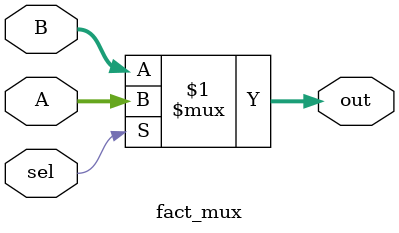
<source format=v>
`timescale 1ns / 1ps

module fact_mux(output [31:0] out, input [31:0] A, input [31:0] B, input sel); 
//1 selects A, 0 selects B
    assign out = sel ? A : B;
endmodule


</source>
